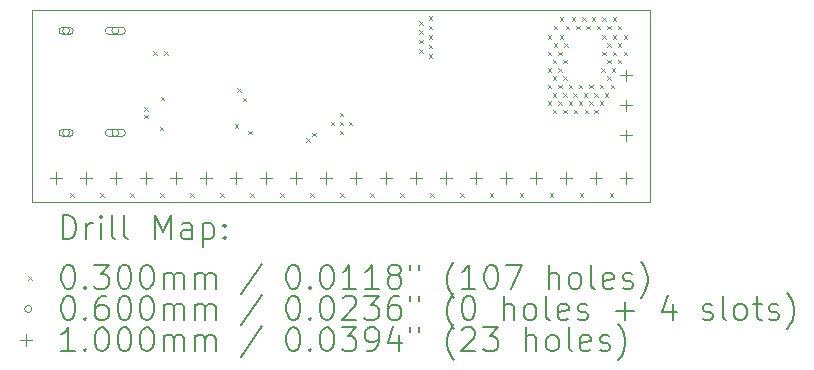
<source format=gbr>
%TF.GenerationSoftware,KiCad,Pcbnew,9.0.3*%
%TF.CreationDate,2025-08-03T15:25:44-04:00*%
%TF.ProjectId,CH32V003F4U6,43483332-5630-4303-9346-3455362e6b69,rev?*%
%TF.SameCoordinates,Original*%
%TF.FileFunction,Drillmap*%
%TF.FilePolarity,Positive*%
%FSLAX45Y45*%
G04 Gerber Fmt 4.5, Leading zero omitted, Abs format (unit mm)*
G04 Created by KiCad (PCBNEW 9.0.3) date 2025-08-03 15:25:44*
%MOMM*%
%LPD*%
G01*
G04 APERTURE LIST*
%ADD10C,0.100000*%
%ADD11C,0.200000*%
G04 APERTURE END LIST*
D10*
X12700000Y-11379200D02*
X17932400Y-11379200D01*
X17932400Y-13004800D01*
X12700000Y-13004800D01*
X12700000Y-11379200D01*
D11*
D10*
X13022301Y-12933450D02*
X13052301Y-12963450D01*
X13052301Y-12933450D02*
X13022301Y-12963450D01*
X13275996Y-12933450D02*
X13305996Y-12963450D01*
X13305996Y-12933450D02*
X13275996Y-12963450D01*
X13529692Y-12933450D02*
X13559692Y-12963450D01*
X13559692Y-12933450D02*
X13529692Y-12963450D01*
X13646028Y-12205000D02*
X13676028Y-12235000D01*
X13676028Y-12205000D02*
X13646028Y-12235000D01*
X13646028Y-12270299D02*
X13676028Y-12300299D01*
X13676028Y-12270299D02*
X13646028Y-12300299D01*
X13725000Y-11730000D02*
X13755000Y-11760000D01*
X13755000Y-11730000D02*
X13725000Y-11760000D01*
X13777265Y-12372300D02*
X13807265Y-12402300D01*
X13807265Y-12372300D02*
X13777265Y-12402300D01*
X13783388Y-12933450D02*
X13813388Y-12963450D01*
X13813388Y-12933450D02*
X13783388Y-12963450D01*
X13785000Y-12115000D02*
X13815000Y-12145000D01*
X13815000Y-12115000D02*
X13785000Y-12145000D01*
X13815000Y-11730000D02*
X13845000Y-11760000D01*
X13845000Y-11730000D02*
X13815000Y-11760000D01*
X14037083Y-12933450D02*
X14067083Y-12963450D01*
X14067083Y-12933450D02*
X14037083Y-12963450D01*
X14290779Y-12933450D02*
X14320779Y-12963450D01*
X14320779Y-12933450D02*
X14290779Y-12963450D01*
X14415000Y-12349800D02*
X14445000Y-12379800D01*
X14445000Y-12349800D02*
X14415000Y-12379800D01*
X14435000Y-12045000D02*
X14465000Y-12075000D01*
X14465000Y-12045000D02*
X14435000Y-12075000D01*
X14480200Y-12124156D02*
X14510200Y-12154156D01*
X14510200Y-12124156D02*
X14480200Y-12154156D01*
X14525400Y-12405000D02*
X14555400Y-12435000D01*
X14555400Y-12405000D02*
X14525400Y-12435000D01*
X14544475Y-12933450D02*
X14574475Y-12963450D01*
X14574475Y-12933450D02*
X14544475Y-12963450D01*
X14798171Y-12933450D02*
X14828171Y-12963450D01*
X14828171Y-12933450D02*
X14798171Y-12963450D01*
X15020000Y-12470000D02*
X15050000Y-12500000D01*
X15050000Y-12470000D02*
X15020000Y-12500000D01*
X15051866Y-12933450D02*
X15081866Y-12963450D01*
X15081866Y-12933450D02*
X15051866Y-12963450D01*
X15069498Y-12420502D02*
X15099498Y-12450502D01*
X15099498Y-12420502D02*
X15069498Y-12450502D01*
X15225000Y-12329400D02*
X15255000Y-12359400D01*
X15255000Y-12329400D02*
X15225000Y-12359400D01*
X15301200Y-12253200D02*
X15331200Y-12283200D01*
X15331200Y-12253200D02*
X15301200Y-12283200D01*
X15301200Y-12329400D02*
X15331200Y-12359400D01*
X15331200Y-12329400D02*
X15301200Y-12359400D01*
X15301200Y-12405600D02*
X15331200Y-12435600D01*
X15331200Y-12405600D02*
X15301200Y-12435600D01*
X15305562Y-12933450D02*
X15335562Y-12963450D01*
X15335562Y-12933450D02*
X15305562Y-12963450D01*
X15377400Y-12329400D02*
X15407400Y-12359400D01*
X15407400Y-12329400D02*
X15377400Y-12359400D01*
X15559258Y-12933450D02*
X15589258Y-12963450D01*
X15589258Y-12933450D02*
X15559258Y-12963450D01*
X15812953Y-12933450D02*
X15842953Y-12963450D01*
X15842953Y-12933450D02*
X15812953Y-12963450D01*
X15975000Y-11475000D02*
X16005000Y-11505000D01*
X16005000Y-11475000D02*
X15975000Y-11505000D01*
X15975000Y-11555000D02*
X16005000Y-11585000D01*
X16005000Y-11555000D02*
X15975000Y-11585000D01*
X15975000Y-11635000D02*
X16005000Y-11665000D01*
X16005000Y-11635000D02*
X15975000Y-11665000D01*
X15975000Y-11715000D02*
X16005000Y-11745000D01*
X16005000Y-11715000D02*
X15975000Y-11745000D01*
X16055000Y-11435000D02*
X16085000Y-11465000D01*
X16085000Y-11435000D02*
X16055000Y-11465000D01*
X16055000Y-11515000D02*
X16085000Y-11545000D01*
X16085000Y-11515000D02*
X16055000Y-11545000D01*
X16055000Y-11595000D02*
X16085000Y-11625000D01*
X16085000Y-11595000D02*
X16055000Y-11625000D01*
X16055000Y-11675000D02*
X16085000Y-11705000D01*
X16085000Y-11675000D02*
X16055000Y-11705000D01*
X16055000Y-11755000D02*
X16085000Y-11785000D01*
X16085000Y-11755000D02*
X16055000Y-11785000D01*
X16066649Y-12933450D02*
X16096649Y-12963450D01*
X16096649Y-12933450D02*
X16066649Y-12963450D01*
X16320345Y-12933450D02*
X16350345Y-12963450D01*
X16350345Y-12933450D02*
X16320345Y-12963450D01*
X16574040Y-12933450D02*
X16604040Y-12963450D01*
X16604040Y-12933450D02*
X16574040Y-12963450D01*
X16827736Y-12933450D02*
X16857736Y-12963450D01*
X16857736Y-12933450D02*
X16827736Y-12963450D01*
X17065000Y-11595000D02*
X17095000Y-11625000D01*
X17095000Y-11595000D02*
X17065000Y-11625000D01*
X17065000Y-11735000D02*
X17095000Y-11765000D01*
X17095000Y-11735000D02*
X17065000Y-11765000D01*
X17065000Y-11875000D02*
X17095000Y-11905000D01*
X17095000Y-11875000D02*
X17065000Y-11905000D01*
X17065000Y-12015000D02*
X17095000Y-12045000D01*
X17095000Y-12015000D02*
X17065000Y-12045000D01*
X17065000Y-12155000D02*
X17095000Y-12185000D01*
X17095000Y-12155000D02*
X17065000Y-12185000D01*
X17081432Y-12933450D02*
X17111432Y-12963450D01*
X17111432Y-12933450D02*
X17081432Y-12963450D01*
X17105000Y-11805000D02*
X17135000Y-11835000D01*
X17135000Y-11805000D02*
X17105000Y-11835000D01*
X17105000Y-11945000D02*
X17135000Y-11975000D01*
X17135000Y-11945000D02*
X17105000Y-11975000D01*
X17105000Y-12085000D02*
X17135000Y-12115000D01*
X17135000Y-12085000D02*
X17105000Y-12115000D01*
X17105000Y-12225000D02*
X17135000Y-12255000D01*
X17135000Y-12225000D02*
X17105000Y-12255000D01*
X17115000Y-11515000D02*
X17145000Y-11545000D01*
X17145000Y-11515000D02*
X17115000Y-11545000D01*
X17115000Y-11665000D02*
X17145000Y-11695000D01*
X17145000Y-11665000D02*
X17115000Y-11695000D01*
X17153000Y-11735000D02*
X17183000Y-11765000D01*
X17183000Y-11735000D02*
X17153000Y-11765000D01*
X17153000Y-11875000D02*
X17183000Y-11905000D01*
X17183000Y-11875000D02*
X17153000Y-11905000D01*
X17153000Y-12015000D02*
X17183000Y-12045000D01*
X17183000Y-12015000D02*
X17153000Y-12045000D01*
X17153000Y-12155000D02*
X17183000Y-12185000D01*
X17183000Y-12155000D02*
X17153000Y-12185000D01*
X17165000Y-11445000D02*
X17195000Y-11475000D01*
X17195000Y-11445000D02*
X17165000Y-11475000D01*
X17165000Y-11595000D02*
X17195000Y-11625000D01*
X17195000Y-11595000D02*
X17165000Y-11625000D01*
X17193000Y-11805000D02*
X17223000Y-11835000D01*
X17223000Y-11805000D02*
X17193000Y-11835000D01*
X17193000Y-11945000D02*
X17223000Y-11975000D01*
X17223000Y-11945000D02*
X17193000Y-11975000D01*
X17193000Y-12085000D02*
X17223000Y-12115000D01*
X17223000Y-12085000D02*
X17193000Y-12115000D01*
X17193000Y-12225000D02*
X17223000Y-12255000D01*
X17223000Y-12225000D02*
X17193000Y-12255000D01*
X17203000Y-11665000D02*
X17233000Y-11695000D01*
X17233000Y-11665000D02*
X17203000Y-11695000D01*
X17215000Y-11515000D02*
X17245000Y-11545000D01*
X17245000Y-11515000D02*
X17215000Y-11545000D01*
X17241000Y-12015000D02*
X17271000Y-12045000D01*
X17271000Y-12015000D02*
X17241000Y-12045000D01*
X17241000Y-12155000D02*
X17271000Y-12185000D01*
X17271000Y-12155000D02*
X17241000Y-12185000D01*
X17265000Y-11445000D02*
X17295000Y-11475000D01*
X17295000Y-11445000D02*
X17265000Y-11475000D01*
X17281000Y-12085000D02*
X17311000Y-12115000D01*
X17311000Y-12085000D02*
X17281000Y-12115000D01*
X17285000Y-12225000D02*
X17315000Y-12255000D01*
X17315000Y-12225000D02*
X17285000Y-12255000D01*
X17303000Y-11515000D02*
X17333000Y-11545000D01*
X17333000Y-11515000D02*
X17303000Y-11545000D01*
X17325000Y-12015000D02*
X17355000Y-12045000D01*
X17355000Y-12015000D02*
X17325000Y-12045000D01*
X17325000Y-12155000D02*
X17355000Y-12185000D01*
X17355000Y-12155000D02*
X17325000Y-12185000D01*
X17335128Y-12933450D02*
X17365128Y-12963450D01*
X17365128Y-12933450D02*
X17335128Y-12963450D01*
X17355000Y-11445000D02*
X17385000Y-11475000D01*
X17385000Y-11445000D02*
X17355000Y-11475000D01*
X17369000Y-12085000D02*
X17399000Y-12115000D01*
X17399000Y-12085000D02*
X17369000Y-12115000D01*
X17375000Y-12225000D02*
X17405000Y-12255000D01*
X17405000Y-12225000D02*
X17375000Y-12255000D01*
X17391000Y-11515000D02*
X17421000Y-11545000D01*
X17421000Y-11515000D02*
X17391000Y-11545000D01*
X17415000Y-12015000D02*
X17445000Y-12045000D01*
X17445000Y-12015000D02*
X17415000Y-12045000D01*
X17415000Y-12155000D02*
X17445000Y-12185000D01*
X17445000Y-12155000D02*
X17415000Y-12185000D01*
X17435000Y-11445000D02*
X17465000Y-11475000D01*
X17465000Y-11445000D02*
X17435000Y-11475000D01*
X17455000Y-12085000D02*
X17485000Y-12115000D01*
X17485000Y-12085000D02*
X17455000Y-12115000D01*
X17455000Y-12225000D02*
X17485000Y-12255000D01*
X17485000Y-12225000D02*
X17455000Y-12255000D01*
X17479000Y-11515000D02*
X17509000Y-11545000D01*
X17509000Y-11515000D02*
X17479000Y-11545000D01*
X17505000Y-12015000D02*
X17535000Y-12045000D01*
X17535000Y-12015000D02*
X17505000Y-12045000D01*
X17505000Y-12155000D02*
X17535000Y-12185000D01*
X17535000Y-12155000D02*
X17505000Y-12185000D01*
X17515000Y-11875000D02*
X17545000Y-11905000D01*
X17545000Y-11875000D02*
X17515000Y-11905000D01*
X17525000Y-11445000D02*
X17555000Y-11475000D01*
X17555000Y-11445000D02*
X17525000Y-11475000D01*
X17525000Y-11595000D02*
X17555000Y-11625000D01*
X17555000Y-11595000D02*
X17525000Y-11625000D01*
X17525000Y-11735000D02*
X17555000Y-11765000D01*
X17555000Y-11735000D02*
X17525000Y-11765000D01*
X17545000Y-12085000D02*
X17575000Y-12115000D01*
X17575000Y-12085000D02*
X17545000Y-12115000D01*
X17565000Y-11665000D02*
X17595000Y-11695000D01*
X17595000Y-11665000D02*
X17565000Y-11695000D01*
X17565000Y-11805000D02*
X17595000Y-11835000D01*
X17595000Y-11805000D02*
X17565000Y-11835000D01*
X17565000Y-11945000D02*
X17595000Y-11975000D01*
X17595000Y-11945000D02*
X17565000Y-11975000D01*
X17567000Y-11515000D02*
X17597000Y-11545000D01*
X17597000Y-11515000D02*
X17567000Y-11545000D01*
X17588823Y-12933450D02*
X17618823Y-12963450D01*
X17618823Y-12933450D02*
X17588823Y-12963450D01*
X17595000Y-12015000D02*
X17625000Y-12045000D01*
X17625000Y-12015000D02*
X17595000Y-12045000D01*
X17605000Y-11875000D02*
X17635000Y-11905000D01*
X17635000Y-11875000D02*
X17605000Y-11905000D01*
X17615000Y-11445000D02*
X17645000Y-11475000D01*
X17645000Y-11445000D02*
X17615000Y-11475000D01*
X17615000Y-11595000D02*
X17645000Y-11625000D01*
X17645000Y-11595000D02*
X17615000Y-11625000D01*
X17615000Y-11735000D02*
X17645000Y-11765000D01*
X17645000Y-11735000D02*
X17615000Y-11765000D01*
X17655000Y-11515000D02*
X17685000Y-11545000D01*
X17685000Y-11515000D02*
X17655000Y-11545000D01*
X17655000Y-11665000D02*
X17685000Y-11695000D01*
X17685000Y-11665000D02*
X17655000Y-11695000D01*
X17655000Y-11805000D02*
X17685000Y-11835000D01*
X17685000Y-11805000D02*
X17655000Y-11835000D01*
X17705000Y-11595000D02*
X17735000Y-11625000D01*
X17735000Y-11595000D02*
X17705000Y-11625000D01*
X17705000Y-11735000D02*
X17735000Y-11765000D01*
X17735000Y-11735000D02*
X17705000Y-11765000D01*
X13015000Y-11558000D02*
G75*
G02*
X12955000Y-11558000I-30000J0D01*
G01*
X12955000Y-11558000D02*
G75*
G02*
X13015000Y-11558000I30000J0D01*
G01*
X13015000Y-11528000D02*
X12955000Y-11528000D01*
X12955000Y-11588000D02*
G75*
G02*
X12955000Y-11528000I0J30000D01*
G01*
X12955000Y-11588000D02*
X13015000Y-11588000D01*
X13015000Y-11588000D02*
G75*
G03*
X13015000Y-11528000I0J30000D01*
G01*
X13015000Y-12422000D02*
G75*
G02*
X12955000Y-12422000I-30000J0D01*
G01*
X12955000Y-12422000D02*
G75*
G02*
X13015000Y-12422000I30000J0D01*
G01*
X13015000Y-12392000D02*
X12955000Y-12392000D01*
X12955000Y-12452000D02*
G75*
G02*
X12955000Y-12392000I0J30000D01*
G01*
X12955000Y-12452000D02*
X13015000Y-12452000D01*
X13015000Y-12452000D02*
G75*
G03*
X13015000Y-12392000I0J30000D01*
G01*
X13433000Y-11558000D02*
G75*
G02*
X13373000Y-11558000I-30000J0D01*
G01*
X13373000Y-11558000D02*
G75*
G02*
X13433000Y-11558000I30000J0D01*
G01*
X13458000Y-11528000D02*
X13348000Y-11528000D01*
X13348000Y-11588000D02*
G75*
G02*
X13348000Y-11528000I0J30000D01*
G01*
X13348000Y-11588000D02*
X13458000Y-11588000D01*
X13458000Y-11588000D02*
G75*
G03*
X13458000Y-11528000I0J30000D01*
G01*
X13433000Y-12422000D02*
G75*
G02*
X13373000Y-12422000I-30000J0D01*
G01*
X13373000Y-12422000D02*
G75*
G02*
X13433000Y-12422000I30000J0D01*
G01*
X13458000Y-12392000D02*
X13348000Y-12392000D01*
X13348000Y-12452000D02*
G75*
G02*
X13348000Y-12392000I0J30000D01*
G01*
X13348000Y-12452000D02*
X13458000Y-12452000D01*
X13458000Y-12452000D02*
G75*
G03*
X13458000Y-12392000I0J30000D01*
G01*
X12903200Y-12751600D02*
X12903200Y-12851600D01*
X12853200Y-12801600D02*
X12953200Y-12801600D01*
X13157200Y-12751600D02*
X13157200Y-12851600D01*
X13107200Y-12801600D02*
X13207200Y-12801600D01*
X13411200Y-12751600D02*
X13411200Y-12851600D01*
X13361200Y-12801600D02*
X13461200Y-12801600D01*
X13665200Y-12751600D02*
X13665200Y-12851600D01*
X13615200Y-12801600D02*
X13715200Y-12801600D01*
X13919200Y-12751600D02*
X13919200Y-12851600D01*
X13869200Y-12801600D02*
X13969200Y-12801600D01*
X14173200Y-12751600D02*
X14173200Y-12851600D01*
X14123200Y-12801600D02*
X14223200Y-12801600D01*
X14427200Y-12751600D02*
X14427200Y-12851600D01*
X14377200Y-12801600D02*
X14477200Y-12801600D01*
X14681200Y-12751600D02*
X14681200Y-12851600D01*
X14631200Y-12801600D02*
X14731200Y-12801600D01*
X14935200Y-12751600D02*
X14935200Y-12851600D01*
X14885200Y-12801600D02*
X14985200Y-12801600D01*
X15189200Y-12751600D02*
X15189200Y-12851600D01*
X15139200Y-12801600D02*
X15239200Y-12801600D01*
X15443200Y-12751600D02*
X15443200Y-12851600D01*
X15393200Y-12801600D02*
X15493200Y-12801600D01*
X15697200Y-12751600D02*
X15697200Y-12851600D01*
X15647200Y-12801600D02*
X15747200Y-12801600D01*
X15951200Y-12751600D02*
X15951200Y-12851600D01*
X15901200Y-12801600D02*
X16001200Y-12801600D01*
X16205200Y-12751600D02*
X16205200Y-12851600D01*
X16155200Y-12801600D02*
X16255200Y-12801600D01*
X16459200Y-12751600D02*
X16459200Y-12851600D01*
X16409200Y-12801600D02*
X16509200Y-12801600D01*
X16713200Y-12751600D02*
X16713200Y-12851600D01*
X16663200Y-12801600D02*
X16763200Y-12801600D01*
X16967200Y-12751600D02*
X16967200Y-12851600D01*
X16917200Y-12801600D02*
X17017200Y-12801600D01*
X17221200Y-12751600D02*
X17221200Y-12851600D01*
X17171200Y-12801600D02*
X17271200Y-12801600D01*
X17475200Y-12751600D02*
X17475200Y-12851600D01*
X17425200Y-12801600D02*
X17525200Y-12801600D01*
X17729200Y-11886500D02*
X17729200Y-11986500D01*
X17679200Y-11936500D02*
X17779200Y-11936500D01*
X17729200Y-12140500D02*
X17729200Y-12240500D01*
X17679200Y-12190500D02*
X17779200Y-12190500D01*
X17729200Y-12394500D02*
X17729200Y-12494500D01*
X17679200Y-12444500D02*
X17779200Y-12444500D01*
X17729200Y-12751600D02*
X17729200Y-12851600D01*
X17679200Y-12801600D02*
X17779200Y-12801600D01*
D11*
X12955777Y-13321284D02*
X12955777Y-13121284D01*
X12955777Y-13121284D02*
X13003396Y-13121284D01*
X13003396Y-13121284D02*
X13031967Y-13130808D01*
X13031967Y-13130808D02*
X13051015Y-13149855D01*
X13051015Y-13149855D02*
X13060539Y-13168903D01*
X13060539Y-13168903D02*
X13070062Y-13206998D01*
X13070062Y-13206998D02*
X13070062Y-13235569D01*
X13070062Y-13235569D02*
X13060539Y-13273665D01*
X13060539Y-13273665D02*
X13051015Y-13292712D01*
X13051015Y-13292712D02*
X13031967Y-13311760D01*
X13031967Y-13311760D02*
X13003396Y-13321284D01*
X13003396Y-13321284D02*
X12955777Y-13321284D01*
X13155777Y-13321284D02*
X13155777Y-13187950D01*
X13155777Y-13226046D02*
X13165301Y-13206998D01*
X13165301Y-13206998D02*
X13174824Y-13197474D01*
X13174824Y-13197474D02*
X13193872Y-13187950D01*
X13193872Y-13187950D02*
X13212920Y-13187950D01*
X13279586Y-13321284D02*
X13279586Y-13187950D01*
X13279586Y-13121284D02*
X13270062Y-13130808D01*
X13270062Y-13130808D02*
X13279586Y-13140331D01*
X13279586Y-13140331D02*
X13289110Y-13130808D01*
X13289110Y-13130808D02*
X13279586Y-13121284D01*
X13279586Y-13121284D02*
X13279586Y-13140331D01*
X13403396Y-13321284D02*
X13384348Y-13311760D01*
X13384348Y-13311760D02*
X13374824Y-13292712D01*
X13374824Y-13292712D02*
X13374824Y-13121284D01*
X13508158Y-13321284D02*
X13489110Y-13311760D01*
X13489110Y-13311760D02*
X13479586Y-13292712D01*
X13479586Y-13292712D02*
X13479586Y-13121284D01*
X13736729Y-13321284D02*
X13736729Y-13121284D01*
X13736729Y-13121284D02*
X13803396Y-13264141D01*
X13803396Y-13264141D02*
X13870062Y-13121284D01*
X13870062Y-13121284D02*
X13870062Y-13321284D01*
X14051015Y-13321284D02*
X14051015Y-13216522D01*
X14051015Y-13216522D02*
X14041491Y-13197474D01*
X14041491Y-13197474D02*
X14022443Y-13187950D01*
X14022443Y-13187950D02*
X13984348Y-13187950D01*
X13984348Y-13187950D02*
X13965301Y-13197474D01*
X14051015Y-13311760D02*
X14031967Y-13321284D01*
X14031967Y-13321284D02*
X13984348Y-13321284D01*
X13984348Y-13321284D02*
X13965301Y-13311760D01*
X13965301Y-13311760D02*
X13955777Y-13292712D01*
X13955777Y-13292712D02*
X13955777Y-13273665D01*
X13955777Y-13273665D02*
X13965301Y-13254617D01*
X13965301Y-13254617D02*
X13984348Y-13245093D01*
X13984348Y-13245093D02*
X14031967Y-13245093D01*
X14031967Y-13245093D02*
X14051015Y-13235569D01*
X14146253Y-13187950D02*
X14146253Y-13387950D01*
X14146253Y-13197474D02*
X14165301Y-13187950D01*
X14165301Y-13187950D02*
X14203396Y-13187950D01*
X14203396Y-13187950D02*
X14222443Y-13197474D01*
X14222443Y-13197474D02*
X14231967Y-13206998D01*
X14231967Y-13206998D02*
X14241491Y-13226046D01*
X14241491Y-13226046D02*
X14241491Y-13283188D01*
X14241491Y-13283188D02*
X14231967Y-13302236D01*
X14231967Y-13302236D02*
X14222443Y-13311760D01*
X14222443Y-13311760D02*
X14203396Y-13321284D01*
X14203396Y-13321284D02*
X14165301Y-13321284D01*
X14165301Y-13321284D02*
X14146253Y-13311760D01*
X14327205Y-13302236D02*
X14336729Y-13311760D01*
X14336729Y-13311760D02*
X14327205Y-13321284D01*
X14327205Y-13321284D02*
X14317682Y-13311760D01*
X14317682Y-13311760D02*
X14327205Y-13302236D01*
X14327205Y-13302236D02*
X14327205Y-13321284D01*
X14327205Y-13197474D02*
X14336729Y-13206998D01*
X14336729Y-13206998D02*
X14327205Y-13216522D01*
X14327205Y-13216522D02*
X14317682Y-13206998D01*
X14317682Y-13206998D02*
X14327205Y-13197474D01*
X14327205Y-13197474D02*
X14327205Y-13216522D01*
D10*
X12665000Y-13634800D02*
X12695000Y-13664800D01*
X12695000Y-13634800D02*
X12665000Y-13664800D01*
D11*
X12993872Y-13541284D02*
X13012920Y-13541284D01*
X13012920Y-13541284D02*
X13031967Y-13550808D01*
X13031967Y-13550808D02*
X13041491Y-13560331D01*
X13041491Y-13560331D02*
X13051015Y-13579379D01*
X13051015Y-13579379D02*
X13060539Y-13617474D01*
X13060539Y-13617474D02*
X13060539Y-13665093D01*
X13060539Y-13665093D02*
X13051015Y-13703188D01*
X13051015Y-13703188D02*
X13041491Y-13722236D01*
X13041491Y-13722236D02*
X13031967Y-13731760D01*
X13031967Y-13731760D02*
X13012920Y-13741284D01*
X13012920Y-13741284D02*
X12993872Y-13741284D01*
X12993872Y-13741284D02*
X12974824Y-13731760D01*
X12974824Y-13731760D02*
X12965301Y-13722236D01*
X12965301Y-13722236D02*
X12955777Y-13703188D01*
X12955777Y-13703188D02*
X12946253Y-13665093D01*
X12946253Y-13665093D02*
X12946253Y-13617474D01*
X12946253Y-13617474D02*
X12955777Y-13579379D01*
X12955777Y-13579379D02*
X12965301Y-13560331D01*
X12965301Y-13560331D02*
X12974824Y-13550808D01*
X12974824Y-13550808D02*
X12993872Y-13541284D01*
X13146253Y-13722236D02*
X13155777Y-13731760D01*
X13155777Y-13731760D02*
X13146253Y-13741284D01*
X13146253Y-13741284D02*
X13136729Y-13731760D01*
X13136729Y-13731760D02*
X13146253Y-13722236D01*
X13146253Y-13722236D02*
X13146253Y-13741284D01*
X13222443Y-13541284D02*
X13346253Y-13541284D01*
X13346253Y-13541284D02*
X13279586Y-13617474D01*
X13279586Y-13617474D02*
X13308158Y-13617474D01*
X13308158Y-13617474D02*
X13327205Y-13626998D01*
X13327205Y-13626998D02*
X13336729Y-13636522D01*
X13336729Y-13636522D02*
X13346253Y-13655569D01*
X13346253Y-13655569D02*
X13346253Y-13703188D01*
X13346253Y-13703188D02*
X13336729Y-13722236D01*
X13336729Y-13722236D02*
X13327205Y-13731760D01*
X13327205Y-13731760D02*
X13308158Y-13741284D01*
X13308158Y-13741284D02*
X13251015Y-13741284D01*
X13251015Y-13741284D02*
X13231967Y-13731760D01*
X13231967Y-13731760D02*
X13222443Y-13722236D01*
X13470062Y-13541284D02*
X13489110Y-13541284D01*
X13489110Y-13541284D02*
X13508158Y-13550808D01*
X13508158Y-13550808D02*
X13517682Y-13560331D01*
X13517682Y-13560331D02*
X13527205Y-13579379D01*
X13527205Y-13579379D02*
X13536729Y-13617474D01*
X13536729Y-13617474D02*
X13536729Y-13665093D01*
X13536729Y-13665093D02*
X13527205Y-13703188D01*
X13527205Y-13703188D02*
X13517682Y-13722236D01*
X13517682Y-13722236D02*
X13508158Y-13731760D01*
X13508158Y-13731760D02*
X13489110Y-13741284D01*
X13489110Y-13741284D02*
X13470062Y-13741284D01*
X13470062Y-13741284D02*
X13451015Y-13731760D01*
X13451015Y-13731760D02*
X13441491Y-13722236D01*
X13441491Y-13722236D02*
X13431967Y-13703188D01*
X13431967Y-13703188D02*
X13422443Y-13665093D01*
X13422443Y-13665093D02*
X13422443Y-13617474D01*
X13422443Y-13617474D02*
X13431967Y-13579379D01*
X13431967Y-13579379D02*
X13441491Y-13560331D01*
X13441491Y-13560331D02*
X13451015Y-13550808D01*
X13451015Y-13550808D02*
X13470062Y-13541284D01*
X13660539Y-13541284D02*
X13679586Y-13541284D01*
X13679586Y-13541284D02*
X13698634Y-13550808D01*
X13698634Y-13550808D02*
X13708158Y-13560331D01*
X13708158Y-13560331D02*
X13717682Y-13579379D01*
X13717682Y-13579379D02*
X13727205Y-13617474D01*
X13727205Y-13617474D02*
X13727205Y-13665093D01*
X13727205Y-13665093D02*
X13717682Y-13703188D01*
X13717682Y-13703188D02*
X13708158Y-13722236D01*
X13708158Y-13722236D02*
X13698634Y-13731760D01*
X13698634Y-13731760D02*
X13679586Y-13741284D01*
X13679586Y-13741284D02*
X13660539Y-13741284D01*
X13660539Y-13741284D02*
X13641491Y-13731760D01*
X13641491Y-13731760D02*
X13631967Y-13722236D01*
X13631967Y-13722236D02*
X13622443Y-13703188D01*
X13622443Y-13703188D02*
X13612920Y-13665093D01*
X13612920Y-13665093D02*
X13612920Y-13617474D01*
X13612920Y-13617474D02*
X13622443Y-13579379D01*
X13622443Y-13579379D02*
X13631967Y-13560331D01*
X13631967Y-13560331D02*
X13641491Y-13550808D01*
X13641491Y-13550808D02*
X13660539Y-13541284D01*
X13812920Y-13741284D02*
X13812920Y-13607950D01*
X13812920Y-13626998D02*
X13822443Y-13617474D01*
X13822443Y-13617474D02*
X13841491Y-13607950D01*
X13841491Y-13607950D02*
X13870063Y-13607950D01*
X13870063Y-13607950D02*
X13889110Y-13617474D01*
X13889110Y-13617474D02*
X13898634Y-13636522D01*
X13898634Y-13636522D02*
X13898634Y-13741284D01*
X13898634Y-13636522D02*
X13908158Y-13617474D01*
X13908158Y-13617474D02*
X13927205Y-13607950D01*
X13927205Y-13607950D02*
X13955777Y-13607950D01*
X13955777Y-13607950D02*
X13974824Y-13617474D01*
X13974824Y-13617474D02*
X13984348Y-13636522D01*
X13984348Y-13636522D02*
X13984348Y-13741284D01*
X14079586Y-13741284D02*
X14079586Y-13607950D01*
X14079586Y-13626998D02*
X14089110Y-13617474D01*
X14089110Y-13617474D02*
X14108158Y-13607950D01*
X14108158Y-13607950D02*
X14136729Y-13607950D01*
X14136729Y-13607950D02*
X14155777Y-13617474D01*
X14155777Y-13617474D02*
X14165301Y-13636522D01*
X14165301Y-13636522D02*
X14165301Y-13741284D01*
X14165301Y-13636522D02*
X14174824Y-13617474D01*
X14174824Y-13617474D02*
X14193872Y-13607950D01*
X14193872Y-13607950D02*
X14222443Y-13607950D01*
X14222443Y-13607950D02*
X14241491Y-13617474D01*
X14241491Y-13617474D02*
X14251015Y-13636522D01*
X14251015Y-13636522D02*
X14251015Y-13741284D01*
X14641491Y-13531760D02*
X14470063Y-13788903D01*
X14898634Y-13541284D02*
X14917682Y-13541284D01*
X14917682Y-13541284D02*
X14936729Y-13550808D01*
X14936729Y-13550808D02*
X14946253Y-13560331D01*
X14946253Y-13560331D02*
X14955777Y-13579379D01*
X14955777Y-13579379D02*
X14965301Y-13617474D01*
X14965301Y-13617474D02*
X14965301Y-13665093D01*
X14965301Y-13665093D02*
X14955777Y-13703188D01*
X14955777Y-13703188D02*
X14946253Y-13722236D01*
X14946253Y-13722236D02*
X14936729Y-13731760D01*
X14936729Y-13731760D02*
X14917682Y-13741284D01*
X14917682Y-13741284D02*
X14898634Y-13741284D01*
X14898634Y-13741284D02*
X14879586Y-13731760D01*
X14879586Y-13731760D02*
X14870063Y-13722236D01*
X14870063Y-13722236D02*
X14860539Y-13703188D01*
X14860539Y-13703188D02*
X14851015Y-13665093D01*
X14851015Y-13665093D02*
X14851015Y-13617474D01*
X14851015Y-13617474D02*
X14860539Y-13579379D01*
X14860539Y-13579379D02*
X14870063Y-13560331D01*
X14870063Y-13560331D02*
X14879586Y-13550808D01*
X14879586Y-13550808D02*
X14898634Y-13541284D01*
X15051015Y-13722236D02*
X15060539Y-13731760D01*
X15060539Y-13731760D02*
X15051015Y-13741284D01*
X15051015Y-13741284D02*
X15041491Y-13731760D01*
X15041491Y-13731760D02*
X15051015Y-13722236D01*
X15051015Y-13722236D02*
X15051015Y-13741284D01*
X15184348Y-13541284D02*
X15203396Y-13541284D01*
X15203396Y-13541284D02*
X15222444Y-13550808D01*
X15222444Y-13550808D02*
X15231967Y-13560331D01*
X15231967Y-13560331D02*
X15241491Y-13579379D01*
X15241491Y-13579379D02*
X15251015Y-13617474D01*
X15251015Y-13617474D02*
X15251015Y-13665093D01*
X15251015Y-13665093D02*
X15241491Y-13703188D01*
X15241491Y-13703188D02*
X15231967Y-13722236D01*
X15231967Y-13722236D02*
X15222444Y-13731760D01*
X15222444Y-13731760D02*
X15203396Y-13741284D01*
X15203396Y-13741284D02*
X15184348Y-13741284D01*
X15184348Y-13741284D02*
X15165301Y-13731760D01*
X15165301Y-13731760D02*
X15155777Y-13722236D01*
X15155777Y-13722236D02*
X15146253Y-13703188D01*
X15146253Y-13703188D02*
X15136729Y-13665093D01*
X15136729Y-13665093D02*
X15136729Y-13617474D01*
X15136729Y-13617474D02*
X15146253Y-13579379D01*
X15146253Y-13579379D02*
X15155777Y-13560331D01*
X15155777Y-13560331D02*
X15165301Y-13550808D01*
X15165301Y-13550808D02*
X15184348Y-13541284D01*
X15441491Y-13741284D02*
X15327206Y-13741284D01*
X15384348Y-13741284D02*
X15384348Y-13541284D01*
X15384348Y-13541284D02*
X15365301Y-13569855D01*
X15365301Y-13569855D02*
X15346253Y-13588903D01*
X15346253Y-13588903D02*
X15327206Y-13598427D01*
X15631967Y-13741284D02*
X15517682Y-13741284D01*
X15574825Y-13741284D02*
X15574825Y-13541284D01*
X15574825Y-13541284D02*
X15555777Y-13569855D01*
X15555777Y-13569855D02*
X15536729Y-13588903D01*
X15536729Y-13588903D02*
X15517682Y-13598427D01*
X15746253Y-13626998D02*
X15727206Y-13617474D01*
X15727206Y-13617474D02*
X15717682Y-13607950D01*
X15717682Y-13607950D02*
X15708158Y-13588903D01*
X15708158Y-13588903D02*
X15708158Y-13579379D01*
X15708158Y-13579379D02*
X15717682Y-13560331D01*
X15717682Y-13560331D02*
X15727206Y-13550808D01*
X15727206Y-13550808D02*
X15746253Y-13541284D01*
X15746253Y-13541284D02*
X15784348Y-13541284D01*
X15784348Y-13541284D02*
X15803396Y-13550808D01*
X15803396Y-13550808D02*
X15812920Y-13560331D01*
X15812920Y-13560331D02*
X15822444Y-13579379D01*
X15822444Y-13579379D02*
X15822444Y-13588903D01*
X15822444Y-13588903D02*
X15812920Y-13607950D01*
X15812920Y-13607950D02*
X15803396Y-13617474D01*
X15803396Y-13617474D02*
X15784348Y-13626998D01*
X15784348Y-13626998D02*
X15746253Y-13626998D01*
X15746253Y-13626998D02*
X15727206Y-13636522D01*
X15727206Y-13636522D02*
X15717682Y-13646046D01*
X15717682Y-13646046D02*
X15708158Y-13665093D01*
X15708158Y-13665093D02*
X15708158Y-13703188D01*
X15708158Y-13703188D02*
X15717682Y-13722236D01*
X15717682Y-13722236D02*
X15727206Y-13731760D01*
X15727206Y-13731760D02*
X15746253Y-13741284D01*
X15746253Y-13741284D02*
X15784348Y-13741284D01*
X15784348Y-13741284D02*
X15803396Y-13731760D01*
X15803396Y-13731760D02*
X15812920Y-13722236D01*
X15812920Y-13722236D02*
X15822444Y-13703188D01*
X15822444Y-13703188D02*
X15822444Y-13665093D01*
X15822444Y-13665093D02*
X15812920Y-13646046D01*
X15812920Y-13646046D02*
X15803396Y-13636522D01*
X15803396Y-13636522D02*
X15784348Y-13626998D01*
X15898634Y-13541284D02*
X15898634Y-13579379D01*
X15974825Y-13541284D02*
X15974825Y-13579379D01*
X16270063Y-13817474D02*
X16260539Y-13807950D01*
X16260539Y-13807950D02*
X16241491Y-13779379D01*
X16241491Y-13779379D02*
X16231968Y-13760331D01*
X16231968Y-13760331D02*
X16222444Y-13731760D01*
X16222444Y-13731760D02*
X16212920Y-13684141D01*
X16212920Y-13684141D02*
X16212920Y-13646046D01*
X16212920Y-13646046D02*
X16222444Y-13598427D01*
X16222444Y-13598427D02*
X16231968Y-13569855D01*
X16231968Y-13569855D02*
X16241491Y-13550808D01*
X16241491Y-13550808D02*
X16260539Y-13522236D01*
X16260539Y-13522236D02*
X16270063Y-13512712D01*
X16451015Y-13741284D02*
X16336729Y-13741284D01*
X16393872Y-13741284D02*
X16393872Y-13541284D01*
X16393872Y-13541284D02*
X16374825Y-13569855D01*
X16374825Y-13569855D02*
X16355777Y-13588903D01*
X16355777Y-13588903D02*
X16336729Y-13598427D01*
X16574825Y-13541284D02*
X16593872Y-13541284D01*
X16593872Y-13541284D02*
X16612920Y-13550808D01*
X16612920Y-13550808D02*
X16622444Y-13560331D01*
X16622444Y-13560331D02*
X16631968Y-13579379D01*
X16631968Y-13579379D02*
X16641491Y-13617474D01*
X16641491Y-13617474D02*
X16641491Y-13665093D01*
X16641491Y-13665093D02*
X16631968Y-13703188D01*
X16631968Y-13703188D02*
X16622444Y-13722236D01*
X16622444Y-13722236D02*
X16612920Y-13731760D01*
X16612920Y-13731760D02*
X16593872Y-13741284D01*
X16593872Y-13741284D02*
X16574825Y-13741284D01*
X16574825Y-13741284D02*
X16555777Y-13731760D01*
X16555777Y-13731760D02*
X16546253Y-13722236D01*
X16546253Y-13722236D02*
X16536729Y-13703188D01*
X16536729Y-13703188D02*
X16527206Y-13665093D01*
X16527206Y-13665093D02*
X16527206Y-13617474D01*
X16527206Y-13617474D02*
X16536729Y-13579379D01*
X16536729Y-13579379D02*
X16546253Y-13560331D01*
X16546253Y-13560331D02*
X16555777Y-13550808D01*
X16555777Y-13550808D02*
X16574825Y-13541284D01*
X16708158Y-13541284D02*
X16841491Y-13541284D01*
X16841491Y-13541284D02*
X16755777Y-13741284D01*
X17070063Y-13741284D02*
X17070063Y-13541284D01*
X17155777Y-13741284D02*
X17155777Y-13636522D01*
X17155777Y-13636522D02*
X17146253Y-13617474D01*
X17146253Y-13617474D02*
X17127206Y-13607950D01*
X17127206Y-13607950D02*
X17098634Y-13607950D01*
X17098634Y-13607950D02*
X17079587Y-13617474D01*
X17079587Y-13617474D02*
X17070063Y-13626998D01*
X17279587Y-13741284D02*
X17260539Y-13731760D01*
X17260539Y-13731760D02*
X17251015Y-13722236D01*
X17251015Y-13722236D02*
X17241492Y-13703188D01*
X17241492Y-13703188D02*
X17241492Y-13646046D01*
X17241492Y-13646046D02*
X17251015Y-13626998D01*
X17251015Y-13626998D02*
X17260539Y-13617474D01*
X17260539Y-13617474D02*
X17279587Y-13607950D01*
X17279587Y-13607950D02*
X17308158Y-13607950D01*
X17308158Y-13607950D02*
X17327206Y-13617474D01*
X17327206Y-13617474D02*
X17336730Y-13626998D01*
X17336730Y-13626998D02*
X17346253Y-13646046D01*
X17346253Y-13646046D02*
X17346253Y-13703188D01*
X17346253Y-13703188D02*
X17336730Y-13722236D01*
X17336730Y-13722236D02*
X17327206Y-13731760D01*
X17327206Y-13731760D02*
X17308158Y-13741284D01*
X17308158Y-13741284D02*
X17279587Y-13741284D01*
X17460539Y-13741284D02*
X17441492Y-13731760D01*
X17441492Y-13731760D02*
X17431968Y-13712712D01*
X17431968Y-13712712D02*
X17431968Y-13541284D01*
X17612920Y-13731760D02*
X17593873Y-13741284D01*
X17593873Y-13741284D02*
X17555777Y-13741284D01*
X17555777Y-13741284D02*
X17536730Y-13731760D01*
X17536730Y-13731760D02*
X17527206Y-13712712D01*
X17527206Y-13712712D02*
X17527206Y-13636522D01*
X17527206Y-13636522D02*
X17536730Y-13617474D01*
X17536730Y-13617474D02*
X17555777Y-13607950D01*
X17555777Y-13607950D02*
X17593873Y-13607950D01*
X17593873Y-13607950D02*
X17612920Y-13617474D01*
X17612920Y-13617474D02*
X17622444Y-13636522D01*
X17622444Y-13636522D02*
X17622444Y-13655569D01*
X17622444Y-13655569D02*
X17527206Y-13674617D01*
X17698634Y-13731760D02*
X17717682Y-13741284D01*
X17717682Y-13741284D02*
X17755777Y-13741284D01*
X17755777Y-13741284D02*
X17774825Y-13731760D01*
X17774825Y-13731760D02*
X17784349Y-13712712D01*
X17784349Y-13712712D02*
X17784349Y-13703188D01*
X17784349Y-13703188D02*
X17774825Y-13684141D01*
X17774825Y-13684141D02*
X17755777Y-13674617D01*
X17755777Y-13674617D02*
X17727206Y-13674617D01*
X17727206Y-13674617D02*
X17708158Y-13665093D01*
X17708158Y-13665093D02*
X17698634Y-13646046D01*
X17698634Y-13646046D02*
X17698634Y-13636522D01*
X17698634Y-13636522D02*
X17708158Y-13617474D01*
X17708158Y-13617474D02*
X17727206Y-13607950D01*
X17727206Y-13607950D02*
X17755777Y-13607950D01*
X17755777Y-13607950D02*
X17774825Y-13617474D01*
X17851015Y-13817474D02*
X17860539Y-13807950D01*
X17860539Y-13807950D02*
X17879587Y-13779379D01*
X17879587Y-13779379D02*
X17889111Y-13760331D01*
X17889111Y-13760331D02*
X17898634Y-13731760D01*
X17898634Y-13731760D02*
X17908158Y-13684141D01*
X17908158Y-13684141D02*
X17908158Y-13646046D01*
X17908158Y-13646046D02*
X17898634Y-13598427D01*
X17898634Y-13598427D02*
X17889111Y-13569855D01*
X17889111Y-13569855D02*
X17879587Y-13550808D01*
X17879587Y-13550808D02*
X17860539Y-13522236D01*
X17860539Y-13522236D02*
X17851015Y-13512712D01*
D10*
X12695000Y-13913800D02*
G75*
G02*
X12635000Y-13913800I-30000J0D01*
G01*
X12635000Y-13913800D02*
G75*
G02*
X12695000Y-13913800I30000J0D01*
G01*
D11*
X12993872Y-13805284D02*
X13012920Y-13805284D01*
X13012920Y-13805284D02*
X13031967Y-13814808D01*
X13031967Y-13814808D02*
X13041491Y-13824331D01*
X13041491Y-13824331D02*
X13051015Y-13843379D01*
X13051015Y-13843379D02*
X13060539Y-13881474D01*
X13060539Y-13881474D02*
X13060539Y-13929093D01*
X13060539Y-13929093D02*
X13051015Y-13967188D01*
X13051015Y-13967188D02*
X13041491Y-13986236D01*
X13041491Y-13986236D02*
X13031967Y-13995760D01*
X13031967Y-13995760D02*
X13012920Y-14005284D01*
X13012920Y-14005284D02*
X12993872Y-14005284D01*
X12993872Y-14005284D02*
X12974824Y-13995760D01*
X12974824Y-13995760D02*
X12965301Y-13986236D01*
X12965301Y-13986236D02*
X12955777Y-13967188D01*
X12955777Y-13967188D02*
X12946253Y-13929093D01*
X12946253Y-13929093D02*
X12946253Y-13881474D01*
X12946253Y-13881474D02*
X12955777Y-13843379D01*
X12955777Y-13843379D02*
X12965301Y-13824331D01*
X12965301Y-13824331D02*
X12974824Y-13814808D01*
X12974824Y-13814808D02*
X12993872Y-13805284D01*
X13146253Y-13986236D02*
X13155777Y-13995760D01*
X13155777Y-13995760D02*
X13146253Y-14005284D01*
X13146253Y-14005284D02*
X13136729Y-13995760D01*
X13136729Y-13995760D02*
X13146253Y-13986236D01*
X13146253Y-13986236D02*
X13146253Y-14005284D01*
X13327205Y-13805284D02*
X13289110Y-13805284D01*
X13289110Y-13805284D02*
X13270062Y-13814808D01*
X13270062Y-13814808D02*
X13260539Y-13824331D01*
X13260539Y-13824331D02*
X13241491Y-13852903D01*
X13241491Y-13852903D02*
X13231967Y-13890998D01*
X13231967Y-13890998D02*
X13231967Y-13967188D01*
X13231967Y-13967188D02*
X13241491Y-13986236D01*
X13241491Y-13986236D02*
X13251015Y-13995760D01*
X13251015Y-13995760D02*
X13270062Y-14005284D01*
X13270062Y-14005284D02*
X13308158Y-14005284D01*
X13308158Y-14005284D02*
X13327205Y-13995760D01*
X13327205Y-13995760D02*
X13336729Y-13986236D01*
X13336729Y-13986236D02*
X13346253Y-13967188D01*
X13346253Y-13967188D02*
X13346253Y-13919569D01*
X13346253Y-13919569D02*
X13336729Y-13900522D01*
X13336729Y-13900522D02*
X13327205Y-13890998D01*
X13327205Y-13890998D02*
X13308158Y-13881474D01*
X13308158Y-13881474D02*
X13270062Y-13881474D01*
X13270062Y-13881474D02*
X13251015Y-13890998D01*
X13251015Y-13890998D02*
X13241491Y-13900522D01*
X13241491Y-13900522D02*
X13231967Y-13919569D01*
X13470062Y-13805284D02*
X13489110Y-13805284D01*
X13489110Y-13805284D02*
X13508158Y-13814808D01*
X13508158Y-13814808D02*
X13517682Y-13824331D01*
X13517682Y-13824331D02*
X13527205Y-13843379D01*
X13527205Y-13843379D02*
X13536729Y-13881474D01*
X13536729Y-13881474D02*
X13536729Y-13929093D01*
X13536729Y-13929093D02*
X13527205Y-13967188D01*
X13527205Y-13967188D02*
X13517682Y-13986236D01*
X13517682Y-13986236D02*
X13508158Y-13995760D01*
X13508158Y-13995760D02*
X13489110Y-14005284D01*
X13489110Y-14005284D02*
X13470062Y-14005284D01*
X13470062Y-14005284D02*
X13451015Y-13995760D01*
X13451015Y-13995760D02*
X13441491Y-13986236D01*
X13441491Y-13986236D02*
X13431967Y-13967188D01*
X13431967Y-13967188D02*
X13422443Y-13929093D01*
X13422443Y-13929093D02*
X13422443Y-13881474D01*
X13422443Y-13881474D02*
X13431967Y-13843379D01*
X13431967Y-13843379D02*
X13441491Y-13824331D01*
X13441491Y-13824331D02*
X13451015Y-13814808D01*
X13451015Y-13814808D02*
X13470062Y-13805284D01*
X13660539Y-13805284D02*
X13679586Y-13805284D01*
X13679586Y-13805284D02*
X13698634Y-13814808D01*
X13698634Y-13814808D02*
X13708158Y-13824331D01*
X13708158Y-13824331D02*
X13717682Y-13843379D01*
X13717682Y-13843379D02*
X13727205Y-13881474D01*
X13727205Y-13881474D02*
X13727205Y-13929093D01*
X13727205Y-13929093D02*
X13717682Y-13967188D01*
X13717682Y-13967188D02*
X13708158Y-13986236D01*
X13708158Y-13986236D02*
X13698634Y-13995760D01*
X13698634Y-13995760D02*
X13679586Y-14005284D01*
X13679586Y-14005284D02*
X13660539Y-14005284D01*
X13660539Y-14005284D02*
X13641491Y-13995760D01*
X13641491Y-13995760D02*
X13631967Y-13986236D01*
X13631967Y-13986236D02*
X13622443Y-13967188D01*
X13622443Y-13967188D02*
X13612920Y-13929093D01*
X13612920Y-13929093D02*
X13612920Y-13881474D01*
X13612920Y-13881474D02*
X13622443Y-13843379D01*
X13622443Y-13843379D02*
X13631967Y-13824331D01*
X13631967Y-13824331D02*
X13641491Y-13814808D01*
X13641491Y-13814808D02*
X13660539Y-13805284D01*
X13812920Y-14005284D02*
X13812920Y-13871950D01*
X13812920Y-13890998D02*
X13822443Y-13881474D01*
X13822443Y-13881474D02*
X13841491Y-13871950D01*
X13841491Y-13871950D02*
X13870063Y-13871950D01*
X13870063Y-13871950D02*
X13889110Y-13881474D01*
X13889110Y-13881474D02*
X13898634Y-13900522D01*
X13898634Y-13900522D02*
X13898634Y-14005284D01*
X13898634Y-13900522D02*
X13908158Y-13881474D01*
X13908158Y-13881474D02*
X13927205Y-13871950D01*
X13927205Y-13871950D02*
X13955777Y-13871950D01*
X13955777Y-13871950D02*
X13974824Y-13881474D01*
X13974824Y-13881474D02*
X13984348Y-13900522D01*
X13984348Y-13900522D02*
X13984348Y-14005284D01*
X14079586Y-14005284D02*
X14079586Y-13871950D01*
X14079586Y-13890998D02*
X14089110Y-13881474D01*
X14089110Y-13881474D02*
X14108158Y-13871950D01*
X14108158Y-13871950D02*
X14136729Y-13871950D01*
X14136729Y-13871950D02*
X14155777Y-13881474D01*
X14155777Y-13881474D02*
X14165301Y-13900522D01*
X14165301Y-13900522D02*
X14165301Y-14005284D01*
X14165301Y-13900522D02*
X14174824Y-13881474D01*
X14174824Y-13881474D02*
X14193872Y-13871950D01*
X14193872Y-13871950D02*
X14222443Y-13871950D01*
X14222443Y-13871950D02*
X14241491Y-13881474D01*
X14241491Y-13881474D02*
X14251015Y-13900522D01*
X14251015Y-13900522D02*
X14251015Y-14005284D01*
X14641491Y-13795760D02*
X14470063Y-14052903D01*
X14898634Y-13805284D02*
X14917682Y-13805284D01*
X14917682Y-13805284D02*
X14936729Y-13814808D01*
X14936729Y-13814808D02*
X14946253Y-13824331D01*
X14946253Y-13824331D02*
X14955777Y-13843379D01*
X14955777Y-13843379D02*
X14965301Y-13881474D01*
X14965301Y-13881474D02*
X14965301Y-13929093D01*
X14965301Y-13929093D02*
X14955777Y-13967188D01*
X14955777Y-13967188D02*
X14946253Y-13986236D01*
X14946253Y-13986236D02*
X14936729Y-13995760D01*
X14936729Y-13995760D02*
X14917682Y-14005284D01*
X14917682Y-14005284D02*
X14898634Y-14005284D01*
X14898634Y-14005284D02*
X14879586Y-13995760D01*
X14879586Y-13995760D02*
X14870063Y-13986236D01*
X14870063Y-13986236D02*
X14860539Y-13967188D01*
X14860539Y-13967188D02*
X14851015Y-13929093D01*
X14851015Y-13929093D02*
X14851015Y-13881474D01*
X14851015Y-13881474D02*
X14860539Y-13843379D01*
X14860539Y-13843379D02*
X14870063Y-13824331D01*
X14870063Y-13824331D02*
X14879586Y-13814808D01*
X14879586Y-13814808D02*
X14898634Y-13805284D01*
X15051015Y-13986236D02*
X15060539Y-13995760D01*
X15060539Y-13995760D02*
X15051015Y-14005284D01*
X15051015Y-14005284D02*
X15041491Y-13995760D01*
X15041491Y-13995760D02*
X15051015Y-13986236D01*
X15051015Y-13986236D02*
X15051015Y-14005284D01*
X15184348Y-13805284D02*
X15203396Y-13805284D01*
X15203396Y-13805284D02*
X15222444Y-13814808D01*
X15222444Y-13814808D02*
X15231967Y-13824331D01*
X15231967Y-13824331D02*
X15241491Y-13843379D01*
X15241491Y-13843379D02*
X15251015Y-13881474D01*
X15251015Y-13881474D02*
X15251015Y-13929093D01*
X15251015Y-13929093D02*
X15241491Y-13967188D01*
X15241491Y-13967188D02*
X15231967Y-13986236D01*
X15231967Y-13986236D02*
X15222444Y-13995760D01*
X15222444Y-13995760D02*
X15203396Y-14005284D01*
X15203396Y-14005284D02*
X15184348Y-14005284D01*
X15184348Y-14005284D02*
X15165301Y-13995760D01*
X15165301Y-13995760D02*
X15155777Y-13986236D01*
X15155777Y-13986236D02*
X15146253Y-13967188D01*
X15146253Y-13967188D02*
X15136729Y-13929093D01*
X15136729Y-13929093D02*
X15136729Y-13881474D01*
X15136729Y-13881474D02*
X15146253Y-13843379D01*
X15146253Y-13843379D02*
X15155777Y-13824331D01*
X15155777Y-13824331D02*
X15165301Y-13814808D01*
X15165301Y-13814808D02*
X15184348Y-13805284D01*
X15327206Y-13824331D02*
X15336729Y-13814808D01*
X15336729Y-13814808D02*
X15355777Y-13805284D01*
X15355777Y-13805284D02*
X15403396Y-13805284D01*
X15403396Y-13805284D02*
X15422444Y-13814808D01*
X15422444Y-13814808D02*
X15431967Y-13824331D01*
X15431967Y-13824331D02*
X15441491Y-13843379D01*
X15441491Y-13843379D02*
X15441491Y-13862427D01*
X15441491Y-13862427D02*
X15431967Y-13890998D01*
X15431967Y-13890998D02*
X15317682Y-14005284D01*
X15317682Y-14005284D02*
X15441491Y-14005284D01*
X15508158Y-13805284D02*
X15631967Y-13805284D01*
X15631967Y-13805284D02*
X15565301Y-13881474D01*
X15565301Y-13881474D02*
X15593872Y-13881474D01*
X15593872Y-13881474D02*
X15612920Y-13890998D01*
X15612920Y-13890998D02*
X15622444Y-13900522D01*
X15622444Y-13900522D02*
X15631967Y-13919569D01*
X15631967Y-13919569D02*
X15631967Y-13967188D01*
X15631967Y-13967188D02*
X15622444Y-13986236D01*
X15622444Y-13986236D02*
X15612920Y-13995760D01*
X15612920Y-13995760D02*
X15593872Y-14005284D01*
X15593872Y-14005284D02*
X15536729Y-14005284D01*
X15536729Y-14005284D02*
X15517682Y-13995760D01*
X15517682Y-13995760D02*
X15508158Y-13986236D01*
X15803396Y-13805284D02*
X15765301Y-13805284D01*
X15765301Y-13805284D02*
X15746253Y-13814808D01*
X15746253Y-13814808D02*
X15736729Y-13824331D01*
X15736729Y-13824331D02*
X15717682Y-13852903D01*
X15717682Y-13852903D02*
X15708158Y-13890998D01*
X15708158Y-13890998D02*
X15708158Y-13967188D01*
X15708158Y-13967188D02*
X15717682Y-13986236D01*
X15717682Y-13986236D02*
X15727206Y-13995760D01*
X15727206Y-13995760D02*
X15746253Y-14005284D01*
X15746253Y-14005284D02*
X15784348Y-14005284D01*
X15784348Y-14005284D02*
X15803396Y-13995760D01*
X15803396Y-13995760D02*
X15812920Y-13986236D01*
X15812920Y-13986236D02*
X15822444Y-13967188D01*
X15822444Y-13967188D02*
X15822444Y-13919569D01*
X15822444Y-13919569D02*
X15812920Y-13900522D01*
X15812920Y-13900522D02*
X15803396Y-13890998D01*
X15803396Y-13890998D02*
X15784348Y-13881474D01*
X15784348Y-13881474D02*
X15746253Y-13881474D01*
X15746253Y-13881474D02*
X15727206Y-13890998D01*
X15727206Y-13890998D02*
X15717682Y-13900522D01*
X15717682Y-13900522D02*
X15708158Y-13919569D01*
X15898634Y-13805284D02*
X15898634Y-13843379D01*
X15974825Y-13805284D02*
X15974825Y-13843379D01*
X16270063Y-14081474D02*
X16260539Y-14071950D01*
X16260539Y-14071950D02*
X16241491Y-14043379D01*
X16241491Y-14043379D02*
X16231968Y-14024331D01*
X16231968Y-14024331D02*
X16222444Y-13995760D01*
X16222444Y-13995760D02*
X16212920Y-13948141D01*
X16212920Y-13948141D02*
X16212920Y-13910046D01*
X16212920Y-13910046D02*
X16222444Y-13862427D01*
X16222444Y-13862427D02*
X16231968Y-13833855D01*
X16231968Y-13833855D02*
X16241491Y-13814808D01*
X16241491Y-13814808D02*
X16260539Y-13786236D01*
X16260539Y-13786236D02*
X16270063Y-13776712D01*
X16384348Y-13805284D02*
X16403396Y-13805284D01*
X16403396Y-13805284D02*
X16422444Y-13814808D01*
X16422444Y-13814808D02*
X16431968Y-13824331D01*
X16431968Y-13824331D02*
X16441491Y-13843379D01*
X16441491Y-13843379D02*
X16451015Y-13881474D01*
X16451015Y-13881474D02*
X16451015Y-13929093D01*
X16451015Y-13929093D02*
X16441491Y-13967188D01*
X16441491Y-13967188D02*
X16431968Y-13986236D01*
X16431968Y-13986236D02*
X16422444Y-13995760D01*
X16422444Y-13995760D02*
X16403396Y-14005284D01*
X16403396Y-14005284D02*
X16384348Y-14005284D01*
X16384348Y-14005284D02*
X16365301Y-13995760D01*
X16365301Y-13995760D02*
X16355777Y-13986236D01*
X16355777Y-13986236D02*
X16346253Y-13967188D01*
X16346253Y-13967188D02*
X16336729Y-13929093D01*
X16336729Y-13929093D02*
X16336729Y-13881474D01*
X16336729Y-13881474D02*
X16346253Y-13843379D01*
X16346253Y-13843379D02*
X16355777Y-13824331D01*
X16355777Y-13824331D02*
X16365301Y-13814808D01*
X16365301Y-13814808D02*
X16384348Y-13805284D01*
X16689110Y-14005284D02*
X16689110Y-13805284D01*
X16774825Y-14005284D02*
X16774825Y-13900522D01*
X16774825Y-13900522D02*
X16765301Y-13881474D01*
X16765301Y-13881474D02*
X16746253Y-13871950D01*
X16746253Y-13871950D02*
X16717682Y-13871950D01*
X16717682Y-13871950D02*
X16698634Y-13881474D01*
X16698634Y-13881474D02*
X16689110Y-13890998D01*
X16898634Y-14005284D02*
X16879587Y-13995760D01*
X16879587Y-13995760D02*
X16870063Y-13986236D01*
X16870063Y-13986236D02*
X16860539Y-13967188D01*
X16860539Y-13967188D02*
X16860539Y-13910046D01*
X16860539Y-13910046D02*
X16870063Y-13890998D01*
X16870063Y-13890998D02*
X16879587Y-13881474D01*
X16879587Y-13881474D02*
X16898634Y-13871950D01*
X16898634Y-13871950D02*
X16927206Y-13871950D01*
X16927206Y-13871950D02*
X16946253Y-13881474D01*
X16946253Y-13881474D02*
X16955777Y-13890998D01*
X16955777Y-13890998D02*
X16965301Y-13910046D01*
X16965301Y-13910046D02*
X16965301Y-13967188D01*
X16965301Y-13967188D02*
X16955777Y-13986236D01*
X16955777Y-13986236D02*
X16946253Y-13995760D01*
X16946253Y-13995760D02*
X16927206Y-14005284D01*
X16927206Y-14005284D02*
X16898634Y-14005284D01*
X17079587Y-14005284D02*
X17060539Y-13995760D01*
X17060539Y-13995760D02*
X17051015Y-13976712D01*
X17051015Y-13976712D02*
X17051015Y-13805284D01*
X17231968Y-13995760D02*
X17212920Y-14005284D01*
X17212920Y-14005284D02*
X17174825Y-14005284D01*
X17174825Y-14005284D02*
X17155777Y-13995760D01*
X17155777Y-13995760D02*
X17146253Y-13976712D01*
X17146253Y-13976712D02*
X17146253Y-13900522D01*
X17146253Y-13900522D02*
X17155777Y-13881474D01*
X17155777Y-13881474D02*
X17174825Y-13871950D01*
X17174825Y-13871950D02*
X17212920Y-13871950D01*
X17212920Y-13871950D02*
X17231968Y-13881474D01*
X17231968Y-13881474D02*
X17241492Y-13900522D01*
X17241492Y-13900522D02*
X17241492Y-13919569D01*
X17241492Y-13919569D02*
X17146253Y-13938617D01*
X17317682Y-13995760D02*
X17336730Y-14005284D01*
X17336730Y-14005284D02*
X17374825Y-14005284D01*
X17374825Y-14005284D02*
X17393873Y-13995760D01*
X17393873Y-13995760D02*
X17403396Y-13976712D01*
X17403396Y-13976712D02*
X17403396Y-13967188D01*
X17403396Y-13967188D02*
X17393873Y-13948141D01*
X17393873Y-13948141D02*
X17374825Y-13938617D01*
X17374825Y-13938617D02*
X17346253Y-13938617D01*
X17346253Y-13938617D02*
X17327206Y-13929093D01*
X17327206Y-13929093D02*
X17317682Y-13910046D01*
X17317682Y-13910046D02*
X17317682Y-13900522D01*
X17317682Y-13900522D02*
X17327206Y-13881474D01*
X17327206Y-13881474D02*
X17346253Y-13871950D01*
X17346253Y-13871950D02*
X17374825Y-13871950D01*
X17374825Y-13871950D02*
X17393873Y-13881474D01*
X17641492Y-13929093D02*
X17793873Y-13929093D01*
X17717682Y-14005284D02*
X17717682Y-13852903D01*
X18127206Y-13871950D02*
X18127206Y-14005284D01*
X18079587Y-13795760D02*
X18031968Y-13938617D01*
X18031968Y-13938617D02*
X18155777Y-13938617D01*
X18374825Y-13995760D02*
X18393873Y-14005284D01*
X18393873Y-14005284D02*
X18431968Y-14005284D01*
X18431968Y-14005284D02*
X18451016Y-13995760D01*
X18451016Y-13995760D02*
X18460539Y-13976712D01*
X18460539Y-13976712D02*
X18460539Y-13967188D01*
X18460539Y-13967188D02*
X18451016Y-13948141D01*
X18451016Y-13948141D02*
X18431968Y-13938617D01*
X18431968Y-13938617D02*
X18403396Y-13938617D01*
X18403396Y-13938617D02*
X18384349Y-13929093D01*
X18384349Y-13929093D02*
X18374825Y-13910046D01*
X18374825Y-13910046D02*
X18374825Y-13900522D01*
X18374825Y-13900522D02*
X18384349Y-13881474D01*
X18384349Y-13881474D02*
X18403396Y-13871950D01*
X18403396Y-13871950D02*
X18431968Y-13871950D01*
X18431968Y-13871950D02*
X18451016Y-13881474D01*
X18574825Y-14005284D02*
X18555777Y-13995760D01*
X18555777Y-13995760D02*
X18546254Y-13976712D01*
X18546254Y-13976712D02*
X18546254Y-13805284D01*
X18679587Y-14005284D02*
X18660539Y-13995760D01*
X18660539Y-13995760D02*
X18651016Y-13986236D01*
X18651016Y-13986236D02*
X18641492Y-13967188D01*
X18641492Y-13967188D02*
X18641492Y-13910046D01*
X18641492Y-13910046D02*
X18651016Y-13890998D01*
X18651016Y-13890998D02*
X18660539Y-13881474D01*
X18660539Y-13881474D02*
X18679587Y-13871950D01*
X18679587Y-13871950D02*
X18708158Y-13871950D01*
X18708158Y-13871950D02*
X18727206Y-13881474D01*
X18727206Y-13881474D02*
X18736730Y-13890998D01*
X18736730Y-13890998D02*
X18746254Y-13910046D01*
X18746254Y-13910046D02*
X18746254Y-13967188D01*
X18746254Y-13967188D02*
X18736730Y-13986236D01*
X18736730Y-13986236D02*
X18727206Y-13995760D01*
X18727206Y-13995760D02*
X18708158Y-14005284D01*
X18708158Y-14005284D02*
X18679587Y-14005284D01*
X18803397Y-13871950D02*
X18879587Y-13871950D01*
X18831968Y-13805284D02*
X18831968Y-13976712D01*
X18831968Y-13976712D02*
X18841492Y-13995760D01*
X18841492Y-13995760D02*
X18860539Y-14005284D01*
X18860539Y-14005284D02*
X18879587Y-14005284D01*
X18936730Y-13995760D02*
X18955777Y-14005284D01*
X18955777Y-14005284D02*
X18993873Y-14005284D01*
X18993873Y-14005284D02*
X19012920Y-13995760D01*
X19012920Y-13995760D02*
X19022444Y-13976712D01*
X19022444Y-13976712D02*
X19022444Y-13967188D01*
X19022444Y-13967188D02*
X19012920Y-13948141D01*
X19012920Y-13948141D02*
X18993873Y-13938617D01*
X18993873Y-13938617D02*
X18965301Y-13938617D01*
X18965301Y-13938617D02*
X18946254Y-13929093D01*
X18946254Y-13929093D02*
X18936730Y-13910046D01*
X18936730Y-13910046D02*
X18936730Y-13900522D01*
X18936730Y-13900522D02*
X18946254Y-13881474D01*
X18946254Y-13881474D02*
X18965301Y-13871950D01*
X18965301Y-13871950D02*
X18993873Y-13871950D01*
X18993873Y-13871950D02*
X19012920Y-13881474D01*
X19089111Y-14081474D02*
X19098635Y-14071950D01*
X19098635Y-14071950D02*
X19117682Y-14043379D01*
X19117682Y-14043379D02*
X19127206Y-14024331D01*
X19127206Y-14024331D02*
X19136730Y-13995760D01*
X19136730Y-13995760D02*
X19146254Y-13948141D01*
X19146254Y-13948141D02*
X19146254Y-13910046D01*
X19146254Y-13910046D02*
X19136730Y-13862427D01*
X19136730Y-13862427D02*
X19127206Y-13833855D01*
X19127206Y-13833855D02*
X19117682Y-13814808D01*
X19117682Y-13814808D02*
X19098635Y-13786236D01*
X19098635Y-13786236D02*
X19089111Y-13776712D01*
D10*
X12645000Y-14127800D02*
X12645000Y-14227800D01*
X12595000Y-14177800D02*
X12695000Y-14177800D01*
D11*
X13060539Y-14269284D02*
X12946253Y-14269284D01*
X13003396Y-14269284D02*
X13003396Y-14069284D01*
X13003396Y-14069284D02*
X12984348Y-14097855D01*
X12984348Y-14097855D02*
X12965301Y-14116903D01*
X12965301Y-14116903D02*
X12946253Y-14126427D01*
X13146253Y-14250236D02*
X13155777Y-14259760D01*
X13155777Y-14259760D02*
X13146253Y-14269284D01*
X13146253Y-14269284D02*
X13136729Y-14259760D01*
X13136729Y-14259760D02*
X13146253Y-14250236D01*
X13146253Y-14250236D02*
X13146253Y-14269284D01*
X13279586Y-14069284D02*
X13298634Y-14069284D01*
X13298634Y-14069284D02*
X13317682Y-14078808D01*
X13317682Y-14078808D02*
X13327205Y-14088331D01*
X13327205Y-14088331D02*
X13336729Y-14107379D01*
X13336729Y-14107379D02*
X13346253Y-14145474D01*
X13346253Y-14145474D02*
X13346253Y-14193093D01*
X13346253Y-14193093D02*
X13336729Y-14231188D01*
X13336729Y-14231188D02*
X13327205Y-14250236D01*
X13327205Y-14250236D02*
X13317682Y-14259760D01*
X13317682Y-14259760D02*
X13298634Y-14269284D01*
X13298634Y-14269284D02*
X13279586Y-14269284D01*
X13279586Y-14269284D02*
X13260539Y-14259760D01*
X13260539Y-14259760D02*
X13251015Y-14250236D01*
X13251015Y-14250236D02*
X13241491Y-14231188D01*
X13241491Y-14231188D02*
X13231967Y-14193093D01*
X13231967Y-14193093D02*
X13231967Y-14145474D01*
X13231967Y-14145474D02*
X13241491Y-14107379D01*
X13241491Y-14107379D02*
X13251015Y-14088331D01*
X13251015Y-14088331D02*
X13260539Y-14078808D01*
X13260539Y-14078808D02*
X13279586Y-14069284D01*
X13470062Y-14069284D02*
X13489110Y-14069284D01*
X13489110Y-14069284D02*
X13508158Y-14078808D01*
X13508158Y-14078808D02*
X13517682Y-14088331D01*
X13517682Y-14088331D02*
X13527205Y-14107379D01*
X13527205Y-14107379D02*
X13536729Y-14145474D01*
X13536729Y-14145474D02*
X13536729Y-14193093D01*
X13536729Y-14193093D02*
X13527205Y-14231188D01*
X13527205Y-14231188D02*
X13517682Y-14250236D01*
X13517682Y-14250236D02*
X13508158Y-14259760D01*
X13508158Y-14259760D02*
X13489110Y-14269284D01*
X13489110Y-14269284D02*
X13470062Y-14269284D01*
X13470062Y-14269284D02*
X13451015Y-14259760D01*
X13451015Y-14259760D02*
X13441491Y-14250236D01*
X13441491Y-14250236D02*
X13431967Y-14231188D01*
X13431967Y-14231188D02*
X13422443Y-14193093D01*
X13422443Y-14193093D02*
X13422443Y-14145474D01*
X13422443Y-14145474D02*
X13431967Y-14107379D01*
X13431967Y-14107379D02*
X13441491Y-14088331D01*
X13441491Y-14088331D02*
X13451015Y-14078808D01*
X13451015Y-14078808D02*
X13470062Y-14069284D01*
X13660539Y-14069284D02*
X13679586Y-14069284D01*
X13679586Y-14069284D02*
X13698634Y-14078808D01*
X13698634Y-14078808D02*
X13708158Y-14088331D01*
X13708158Y-14088331D02*
X13717682Y-14107379D01*
X13717682Y-14107379D02*
X13727205Y-14145474D01*
X13727205Y-14145474D02*
X13727205Y-14193093D01*
X13727205Y-14193093D02*
X13717682Y-14231188D01*
X13717682Y-14231188D02*
X13708158Y-14250236D01*
X13708158Y-14250236D02*
X13698634Y-14259760D01*
X13698634Y-14259760D02*
X13679586Y-14269284D01*
X13679586Y-14269284D02*
X13660539Y-14269284D01*
X13660539Y-14269284D02*
X13641491Y-14259760D01*
X13641491Y-14259760D02*
X13631967Y-14250236D01*
X13631967Y-14250236D02*
X13622443Y-14231188D01*
X13622443Y-14231188D02*
X13612920Y-14193093D01*
X13612920Y-14193093D02*
X13612920Y-14145474D01*
X13612920Y-14145474D02*
X13622443Y-14107379D01*
X13622443Y-14107379D02*
X13631967Y-14088331D01*
X13631967Y-14088331D02*
X13641491Y-14078808D01*
X13641491Y-14078808D02*
X13660539Y-14069284D01*
X13812920Y-14269284D02*
X13812920Y-14135950D01*
X13812920Y-14154998D02*
X13822443Y-14145474D01*
X13822443Y-14145474D02*
X13841491Y-14135950D01*
X13841491Y-14135950D02*
X13870063Y-14135950D01*
X13870063Y-14135950D02*
X13889110Y-14145474D01*
X13889110Y-14145474D02*
X13898634Y-14164522D01*
X13898634Y-14164522D02*
X13898634Y-14269284D01*
X13898634Y-14164522D02*
X13908158Y-14145474D01*
X13908158Y-14145474D02*
X13927205Y-14135950D01*
X13927205Y-14135950D02*
X13955777Y-14135950D01*
X13955777Y-14135950D02*
X13974824Y-14145474D01*
X13974824Y-14145474D02*
X13984348Y-14164522D01*
X13984348Y-14164522D02*
X13984348Y-14269284D01*
X14079586Y-14269284D02*
X14079586Y-14135950D01*
X14079586Y-14154998D02*
X14089110Y-14145474D01*
X14089110Y-14145474D02*
X14108158Y-14135950D01*
X14108158Y-14135950D02*
X14136729Y-14135950D01*
X14136729Y-14135950D02*
X14155777Y-14145474D01*
X14155777Y-14145474D02*
X14165301Y-14164522D01*
X14165301Y-14164522D02*
X14165301Y-14269284D01*
X14165301Y-14164522D02*
X14174824Y-14145474D01*
X14174824Y-14145474D02*
X14193872Y-14135950D01*
X14193872Y-14135950D02*
X14222443Y-14135950D01*
X14222443Y-14135950D02*
X14241491Y-14145474D01*
X14241491Y-14145474D02*
X14251015Y-14164522D01*
X14251015Y-14164522D02*
X14251015Y-14269284D01*
X14641491Y-14059760D02*
X14470063Y-14316903D01*
X14898634Y-14069284D02*
X14917682Y-14069284D01*
X14917682Y-14069284D02*
X14936729Y-14078808D01*
X14936729Y-14078808D02*
X14946253Y-14088331D01*
X14946253Y-14088331D02*
X14955777Y-14107379D01*
X14955777Y-14107379D02*
X14965301Y-14145474D01*
X14965301Y-14145474D02*
X14965301Y-14193093D01*
X14965301Y-14193093D02*
X14955777Y-14231188D01*
X14955777Y-14231188D02*
X14946253Y-14250236D01*
X14946253Y-14250236D02*
X14936729Y-14259760D01*
X14936729Y-14259760D02*
X14917682Y-14269284D01*
X14917682Y-14269284D02*
X14898634Y-14269284D01*
X14898634Y-14269284D02*
X14879586Y-14259760D01*
X14879586Y-14259760D02*
X14870063Y-14250236D01*
X14870063Y-14250236D02*
X14860539Y-14231188D01*
X14860539Y-14231188D02*
X14851015Y-14193093D01*
X14851015Y-14193093D02*
X14851015Y-14145474D01*
X14851015Y-14145474D02*
X14860539Y-14107379D01*
X14860539Y-14107379D02*
X14870063Y-14088331D01*
X14870063Y-14088331D02*
X14879586Y-14078808D01*
X14879586Y-14078808D02*
X14898634Y-14069284D01*
X15051015Y-14250236D02*
X15060539Y-14259760D01*
X15060539Y-14259760D02*
X15051015Y-14269284D01*
X15051015Y-14269284D02*
X15041491Y-14259760D01*
X15041491Y-14259760D02*
X15051015Y-14250236D01*
X15051015Y-14250236D02*
X15051015Y-14269284D01*
X15184348Y-14069284D02*
X15203396Y-14069284D01*
X15203396Y-14069284D02*
X15222444Y-14078808D01*
X15222444Y-14078808D02*
X15231967Y-14088331D01*
X15231967Y-14088331D02*
X15241491Y-14107379D01*
X15241491Y-14107379D02*
X15251015Y-14145474D01*
X15251015Y-14145474D02*
X15251015Y-14193093D01*
X15251015Y-14193093D02*
X15241491Y-14231188D01*
X15241491Y-14231188D02*
X15231967Y-14250236D01*
X15231967Y-14250236D02*
X15222444Y-14259760D01*
X15222444Y-14259760D02*
X15203396Y-14269284D01*
X15203396Y-14269284D02*
X15184348Y-14269284D01*
X15184348Y-14269284D02*
X15165301Y-14259760D01*
X15165301Y-14259760D02*
X15155777Y-14250236D01*
X15155777Y-14250236D02*
X15146253Y-14231188D01*
X15146253Y-14231188D02*
X15136729Y-14193093D01*
X15136729Y-14193093D02*
X15136729Y-14145474D01*
X15136729Y-14145474D02*
X15146253Y-14107379D01*
X15146253Y-14107379D02*
X15155777Y-14088331D01*
X15155777Y-14088331D02*
X15165301Y-14078808D01*
X15165301Y-14078808D02*
X15184348Y-14069284D01*
X15317682Y-14069284D02*
X15441491Y-14069284D01*
X15441491Y-14069284D02*
X15374825Y-14145474D01*
X15374825Y-14145474D02*
X15403396Y-14145474D01*
X15403396Y-14145474D02*
X15422444Y-14154998D01*
X15422444Y-14154998D02*
X15431967Y-14164522D01*
X15431967Y-14164522D02*
X15441491Y-14183569D01*
X15441491Y-14183569D02*
X15441491Y-14231188D01*
X15441491Y-14231188D02*
X15431967Y-14250236D01*
X15431967Y-14250236D02*
X15422444Y-14259760D01*
X15422444Y-14259760D02*
X15403396Y-14269284D01*
X15403396Y-14269284D02*
X15346253Y-14269284D01*
X15346253Y-14269284D02*
X15327206Y-14259760D01*
X15327206Y-14259760D02*
X15317682Y-14250236D01*
X15536729Y-14269284D02*
X15574825Y-14269284D01*
X15574825Y-14269284D02*
X15593872Y-14259760D01*
X15593872Y-14259760D02*
X15603396Y-14250236D01*
X15603396Y-14250236D02*
X15622444Y-14221665D01*
X15622444Y-14221665D02*
X15631967Y-14183569D01*
X15631967Y-14183569D02*
X15631967Y-14107379D01*
X15631967Y-14107379D02*
X15622444Y-14088331D01*
X15622444Y-14088331D02*
X15612920Y-14078808D01*
X15612920Y-14078808D02*
X15593872Y-14069284D01*
X15593872Y-14069284D02*
X15555777Y-14069284D01*
X15555777Y-14069284D02*
X15536729Y-14078808D01*
X15536729Y-14078808D02*
X15527206Y-14088331D01*
X15527206Y-14088331D02*
X15517682Y-14107379D01*
X15517682Y-14107379D02*
X15517682Y-14154998D01*
X15517682Y-14154998D02*
X15527206Y-14174046D01*
X15527206Y-14174046D02*
X15536729Y-14183569D01*
X15536729Y-14183569D02*
X15555777Y-14193093D01*
X15555777Y-14193093D02*
X15593872Y-14193093D01*
X15593872Y-14193093D02*
X15612920Y-14183569D01*
X15612920Y-14183569D02*
X15622444Y-14174046D01*
X15622444Y-14174046D02*
X15631967Y-14154998D01*
X15803396Y-14135950D02*
X15803396Y-14269284D01*
X15755777Y-14059760D02*
X15708158Y-14202617D01*
X15708158Y-14202617D02*
X15831967Y-14202617D01*
X15898634Y-14069284D02*
X15898634Y-14107379D01*
X15974825Y-14069284D02*
X15974825Y-14107379D01*
X16270063Y-14345474D02*
X16260539Y-14335950D01*
X16260539Y-14335950D02*
X16241491Y-14307379D01*
X16241491Y-14307379D02*
X16231968Y-14288331D01*
X16231968Y-14288331D02*
X16222444Y-14259760D01*
X16222444Y-14259760D02*
X16212920Y-14212141D01*
X16212920Y-14212141D02*
X16212920Y-14174046D01*
X16212920Y-14174046D02*
X16222444Y-14126427D01*
X16222444Y-14126427D02*
X16231968Y-14097855D01*
X16231968Y-14097855D02*
X16241491Y-14078808D01*
X16241491Y-14078808D02*
X16260539Y-14050236D01*
X16260539Y-14050236D02*
X16270063Y-14040712D01*
X16336729Y-14088331D02*
X16346253Y-14078808D01*
X16346253Y-14078808D02*
X16365301Y-14069284D01*
X16365301Y-14069284D02*
X16412920Y-14069284D01*
X16412920Y-14069284D02*
X16431968Y-14078808D01*
X16431968Y-14078808D02*
X16441491Y-14088331D01*
X16441491Y-14088331D02*
X16451015Y-14107379D01*
X16451015Y-14107379D02*
X16451015Y-14126427D01*
X16451015Y-14126427D02*
X16441491Y-14154998D01*
X16441491Y-14154998D02*
X16327206Y-14269284D01*
X16327206Y-14269284D02*
X16451015Y-14269284D01*
X16517682Y-14069284D02*
X16641491Y-14069284D01*
X16641491Y-14069284D02*
X16574825Y-14145474D01*
X16574825Y-14145474D02*
X16603396Y-14145474D01*
X16603396Y-14145474D02*
X16622444Y-14154998D01*
X16622444Y-14154998D02*
X16631968Y-14164522D01*
X16631968Y-14164522D02*
X16641491Y-14183569D01*
X16641491Y-14183569D02*
X16641491Y-14231188D01*
X16641491Y-14231188D02*
X16631968Y-14250236D01*
X16631968Y-14250236D02*
X16622444Y-14259760D01*
X16622444Y-14259760D02*
X16603396Y-14269284D01*
X16603396Y-14269284D02*
X16546253Y-14269284D01*
X16546253Y-14269284D02*
X16527206Y-14259760D01*
X16527206Y-14259760D02*
X16517682Y-14250236D01*
X16879587Y-14269284D02*
X16879587Y-14069284D01*
X16965301Y-14269284D02*
X16965301Y-14164522D01*
X16965301Y-14164522D02*
X16955777Y-14145474D01*
X16955777Y-14145474D02*
X16936730Y-14135950D01*
X16936730Y-14135950D02*
X16908158Y-14135950D01*
X16908158Y-14135950D02*
X16889111Y-14145474D01*
X16889111Y-14145474D02*
X16879587Y-14154998D01*
X17089111Y-14269284D02*
X17070063Y-14259760D01*
X17070063Y-14259760D02*
X17060539Y-14250236D01*
X17060539Y-14250236D02*
X17051015Y-14231188D01*
X17051015Y-14231188D02*
X17051015Y-14174046D01*
X17051015Y-14174046D02*
X17060539Y-14154998D01*
X17060539Y-14154998D02*
X17070063Y-14145474D01*
X17070063Y-14145474D02*
X17089111Y-14135950D01*
X17089111Y-14135950D02*
X17117682Y-14135950D01*
X17117682Y-14135950D02*
X17136730Y-14145474D01*
X17136730Y-14145474D02*
X17146253Y-14154998D01*
X17146253Y-14154998D02*
X17155777Y-14174046D01*
X17155777Y-14174046D02*
X17155777Y-14231188D01*
X17155777Y-14231188D02*
X17146253Y-14250236D01*
X17146253Y-14250236D02*
X17136730Y-14259760D01*
X17136730Y-14259760D02*
X17117682Y-14269284D01*
X17117682Y-14269284D02*
X17089111Y-14269284D01*
X17270063Y-14269284D02*
X17251015Y-14259760D01*
X17251015Y-14259760D02*
X17241492Y-14240712D01*
X17241492Y-14240712D02*
X17241492Y-14069284D01*
X17422444Y-14259760D02*
X17403396Y-14269284D01*
X17403396Y-14269284D02*
X17365301Y-14269284D01*
X17365301Y-14269284D02*
X17346253Y-14259760D01*
X17346253Y-14259760D02*
X17336730Y-14240712D01*
X17336730Y-14240712D02*
X17336730Y-14164522D01*
X17336730Y-14164522D02*
X17346253Y-14145474D01*
X17346253Y-14145474D02*
X17365301Y-14135950D01*
X17365301Y-14135950D02*
X17403396Y-14135950D01*
X17403396Y-14135950D02*
X17422444Y-14145474D01*
X17422444Y-14145474D02*
X17431968Y-14164522D01*
X17431968Y-14164522D02*
X17431968Y-14183569D01*
X17431968Y-14183569D02*
X17336730Y-14202617D01*
X17508158Y-14259760D02*
X17527206Y-14269284D01*
X17527206Y-14269284D02*
X17565301Y-14269284D01*
X17565301Y-14269284D02*
X17584349Y-14259760D01*
X17584349Y-14259760D02*
X17593873Y-14240712D01*
X17593873Y-14240712D02*
X17593873Y-14231188D01*
X17593873Y-14231188D02*
X17584349Y-14212141D01*
X17584349Y-14212141D02*
X17565301Y-14202617D01*
X17565301Y-14202617D02*
X17536730Y-14202617D01*
X17536730Y-14202617D02*
X17517682Y-14193093D01*
X17517682Y-14193093D02*
X17508158Y-14174046D01*
X17508158Y-14174046D02*
X17508158Y-14164522D01*
X17508158Y-14164522D02*
X17517682Y-14145474D01*
X17517682Y-14145474D02*
X17536730Y-14135950D01*
X17536730Y-14135950D02*
X17565301Y-14135950D01*
X17565301Y-14135950D02*
X17584349Y-14145474D01*
X17660539Y-14345474D02*
X17670063Y-14335950D01*
X17670063Y-14335950D02*
X17689111Y-14307379D01*
X17689111Y-14307379D02*
X17698634Y-14288331D01*
X17698634Y-14288331D02*
X17708158Y-14259760D01*
X17708158Y-14259760D02*
X17717682Y-14212141D01*
X17717682Y-14212141D02*
X17717682Y-14174046D01*
X17717682Y-14174046D02*
X17708158Y-14126427D01*
X17708158Y-14126427D02*
X17698634Y-14097855D01*
X17698634Y-14097855D02*
X17689111Y-14078808D01*
X17689111Y-14078808D02*
X17670063Y-14050236D01*
X17670063Y-14050236D02*
X17660539Y-14040712D01*
M02*

</source>
